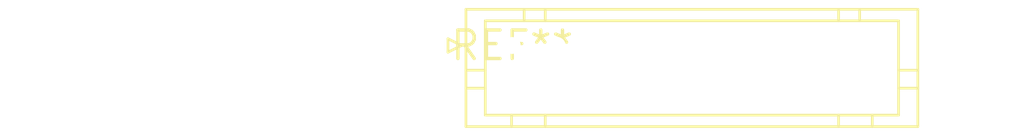
<source format=kicad_pcb>
(kicad_pcb (version 20240108) (generator pcbnew)
  (layers (0 "F.Cu" signal) (31 "B.Cu" signal) (34 "B.Paste" user) (35 "F.Paste" user) (36 "B.SilkS" user "B.Silkscreen") (37 "F.SilkS" user "F.Silkscreen") (38 "B.Mask" user) (39 "F.Mask" user) (44 "Edge.Cuts" user))
  (net 0 "")
  (footprint "JST_PHD_B18B-PHDSS_2x09_P2.00mm_Vertical" (layer "F.Cu") (at 0 0)
    (property "Reference" "REF**")
    (property "Value" "JST_PHD_B18B-PHDSS_2x09_P2.00mm_Vertical")
    (fp_line (start -2.86 -0.3) (end -2.26 0) (layer "F.SilkS") (stroke (width 0.12)))
    (fp_line (start -2.86 0.3) (end -2.86 -0.3) (layer "F.SilkS") (stroke (width 0.12)))
    (fp_line (start -2.26 0) (end -2.86 0.3) (layer "F.SilkS") (stroke (width 0.12)))
    (fp_line (start -2.06 -1.61) (end -2.06 3.61) (layer "F.SilkS") (stroke (width 0.12)))
    (fp_line (start -2.06 1.1) (end -1.2 1.1) (layer "F.SilkS") (stroke (width 0.12)))
    (fp_line (start -2.06 1.9) (end -1.2 1.9) (layer "F.SilkS") (stroke (width 0.12)))
    (fp_line (start -2.06 3.61) (end 18.06 3.61) (layer "F.SilkS") (stroke (width 0.12)))
    (fp_line (start -1.2 -1.1) (end -1.2 3.1) (layer "F.SilkS") (stroke (width 0.12)))
    (fp_line (start -1.2 3.1) (end 17.2 3.1) (layer "F.SilkS") (stroke (width 0.12)))
    (fp_line (start -0.03 3.61) (end -0.03 3.1) (layer "F.SilkS") (stroke (width 0.12)))
    (fp_line (start 0.53 -1.61) (end 0.53 -1.1) (layer "F.SilkS") (stroke (width 0.12)))
    (fp_line (start 1.47 -1.61) (end 1.47 -1.1) (layer "F.SilkS") (stroke (width 0.12)))
    (fp_line (start 1.47 3.61) (end 1.47 3.1) (layer "F.SilkS") (stroke (width 0.12)))
    (fp_line (start 14.53 -1.61) (end 14.53 -1.1) (layer "F.SilkS") (stroke (width 0.12)))
    (fp_line (start 14.53 3.61) (end 14.53 3.1) (layer "F.SilkS") (stroke (width 0.12)))
    (fp_line (start 15.47 -1.61) (end 15.47 -1.1) (layer "F.SilkS") (stroke (width 0.12)))
    (fp_line (start 16.03 3.61) (end 16.03 3.1) (layer "F.SilkS") (stroke (width 0.12)))
    (fp_line (start 17.2 -1.1) (end -1.2 -1.1) (layer "F.SilkS") (stroke (width 0.12)))
    (fp_line (start 17.2 3.1) (end 17.2 -1.1) (layer "F.SilkS") (stroke (width 0.12)))
    (fp_line (start 18.06 -1.61) (end -2.06 -1.61) (layer "F.SilkS") (stroke (width 0.12)))
    (fp_line (start 18.06 1.1) (end 17.2 1.1) (layer "F.SilkS") (stroke (width 0.12)))
    (fp_line (start 18.06 1.9) (end 17.2 1.9) (layer "F.SilkS") (stroke (width 0.12)))
    (fp_line (start 18.06 3.61) (end 18.06 -1.61) (layer "F.SilkS") (stroke (width 0.12)))
    (pad "1" thru_hole roundrect (at 0 0) (size 1.2 1.2) (drill 0.75) (layers *.Cu *.Mask) (remove_unused_layers) (roundrect_rratio 0.208333))
    (pad "2" thru_hole circle (at 0 2) (size 1.2 1.2) (drill 0.75) (layers *.Cu *.Mask) (remove_unused_layers))
    (pad "3" thru_hole circle (at 2 0) (size 1.2 1.2) (drill 0.75) (layers *.Cu *.Mask) (remove_unused_layers))
    (pad "4" thru_hole circle (at 2 2) (size 1.2 1.2) (drill 0.75) (layers *.Cu *.Mask) (remove_unused_layers))
    (pad "5" thru_hole circle (at 4 0) (size 1.2 1.2) (drill 0.75) (layers *.Cu *.Mask) (remove_unused_layers))
    (pad "6" thru_hole circle (at 4 2) (size 1.2 1.2) (drill 0.75) (layers *.Cu *.Mask) (remove_unused_layers))
    (pad "7" thru_hole circle (at 6 0) (size 1.2 1.2) (drill 0.75) (layers *.Cu *.Mask) (remove_unused_layers))
    (pad "8" thru_hole circle (at 6 2) (size 1.2 1.2) (drill 0.75) (layers *.Cu *.Mask) (remove_unused_layers))
    (pad "9" thru_hole circle (at 8 0) (size 1.2 1.2) (drill 0.75) (layers *.Cu *.Mask) (remove_unused_layers))
    (pad "10" thru_hole circle (at 8 2) (size 1.2 1.2) (drill 0.75) (layers *.Cu *.Mask) (remove_unused_layers))
    (pad "11" thru_hole circle (at 10 0) (size 1.2 1.2) (drill 0.75) (layers *.Cu *.Mask) (remove_unused_layers))
    (pad "12" thru_hole circle (at 10 2) (size 1.2 1.2) (drill 0.75) (layers *.Cu *.Mask) (remove_unused_layers))
    (pad "13" thru_hole circle (at 12 0) (size 1.2 1.2) (drill 0.75) (layers *.Cu *.Mask) (remove_unused_layers))
    (pad "14" thru_hole circle (at 12 2) (size 1.2 1.2) (drill 0.75) (layers *.Cu *.Mask) (remove_unused_layers))
    (pad "15" thru_hole circle (at 14 0) (size 1.2 1.2) (drill 0.75) (layers *.Cu *.Mask) (remove_unused_layers))
    (pad "16" thru_hole circle (at 14 2) (size 1.2 1.2) (drill 0.75) (layers *.Cu *.Mask) (remove_unused_layers))
    (pad "17" thru_hole circle (at 16 0) (size 1.2 1.2) (drill 0.75) (layers *.Cu *.Mask) (remove_unused_layers))
    (pad "18" thru_hole circle (at 16 2) (size 1.2 1.2) (drill 0.75) (layers *.Cu *.Mask) (remove_unused_layers))
  )
)
</source>
